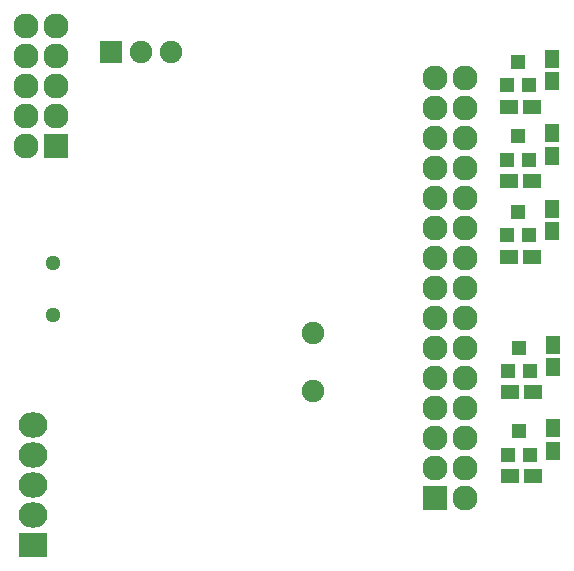
<source format=gbs>
G04 #@! TF.FileFunction,Soldermask,Bot*
%FSLAX46Y46*%
G04 Gerber Fmt 4.6, Leading zero omitted, Abs format (unit mm)*
G04 Created by KiCad (PCBNEW 4.0.0-rc1-stable) date 06/12/2015 04:25:02 p.m.*
%MOMM*%
G01*
G04 APERTURE LIST*
%ADD10C,0.100000*%
%ADD11R,2.432000X2.127200*%
%ADD12O,2.432000X2.127200*%
%ADD13C,1.299160*%
%ADD14R,2.127200X2.127200*%
%ADD15O,2.127200X2.127200*%
%ADD16R,1.200100X1.200100*%
%ADD17R,1.600000X1.150000*%
%ADD18R,1.150000X1.600000*%
%ADD19C,1.910000*%
%ADD20R,1.910000X1.910000*%
%ADD21C,1.901140*%
G04 APERTURE END LIST*
D10*
D11*
X139900000Y-109800000D03*
D12*
X139900000Y-107260000D03*
X139900000Y-104720000D03*
X139900000Y-102180000D03*
X139900000Y-99640000D03*
D13*
X141650900Y-85900360D03*
X141650900Y-90299640D03*
D14*
X174000000Y-105800000D03*
D15*
X176540000Y-105800000D03*
X174000000Y-103260000D03*
X176540000Y-103260000D03*
X174000000Y-100720000D03*
X176540000Y-100720000D03*
X174000000Y-98180000D03*
X176540000Y-98180000D03*
X174000000Y-95640000D03*
X176540000Y-95640000D03*
X174000000Y-93100000D03*
X176540000Y-93100000D03*
X174000000Y-90560000D03*
X176540000Y-90560000D03*
X174000000Y-88020000D03*
X176540000Y-88020000D03*
X174000000Y-85480000D03*
X176540000Y-85480000D03*
X174000000Y-82940000D03*
X176540000Y-82940000D03*
X174000000Y-80400000D03*
X176540000Y-80400000D03*
X174000000Y-77860000D03*
X176540000Y-77860000D03*
X174000000Y-75320000D03*
X176540000Y-75320000D03*
X174000000Y-72780000D03*
X176540000Y-72780000D03*
X174000000Y-70240000D03*
X176540000Y-70240000D03*
D14*
X141900000Y-76000000D03*
D15*
X139360000Y-76000000D03*
X141900000Y-73460000D03*
X139360000Y-73460000D03*
X141900000Y-70920000D03*
X139360000Y-70920000D03*
X141900000Y-68380000D03*
X139360000Y-68380000D03*
X141900000Y-65840000D03*
X139360000Y-65840000D03*
D16*
X182050000Y-102200760D03*
X180150000Y-102200760D03*
X181100000Y-100201780D03*
X181950000Y-70900760D03*
X180050000Y-70900760D03*
X181000000Y-68901780D03*
X181950000Y-77200760D03*
X180050000Y-77200760D03*
X181000000Y-75201780D03*
X182050000Y-95100760D03*
X180150000Y-95100760D03*
X181100000Y-93101780D03*
X181950000Y-83600760D03*
X180050000Y-83600760D03*
X181000000Y-81601780D03*
D17*
X182250000Y-104000000D03*
X180350000Y-104000000D03*
X182150000Y-72700000D03*
X180250000Y-72700000D03*
D18*
X184000000Y-101850000D03*
X184000000Y-99950000D03*
X183900000Y-70550000D03*
X183900000Y-68650000D03*
D17*
X182150000Y-79000000D03*
X180250000Y-79000000D03*
X182250000Y-96900000D03*
X180350000Y-96900000D03*
D18*
X183900000Y-76850000D03*
X183900000Y-74950000D03*
X184000000Y-94750000D03*
X184000000Y-92850000D03*
D17*
X182150000Y-85400000D03*
X180250000Y-85400000D03*
D18*
X183900000Y-83250000D03*
X183900000Y-81350000D03*
D19*
X151580000Y-68100000D03*
D20*
X146500000Y-68100000D03*
D19*
X149040000Y-68100000D03*
D21*
X163600000Y-96740940D03*
X163600000Y-91859060D03*
M02*

</source>
